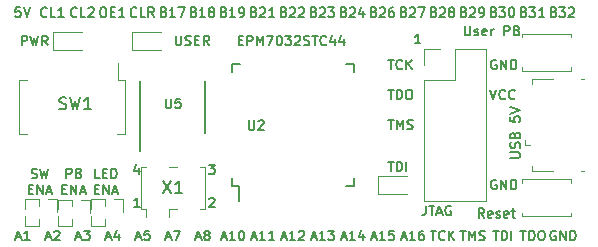
<source format=gbr>
G04 #@! TF.GenerationSoftware,KiCad,Pcbnew,(5.1.0-1387-g9cf427c7d)*
G04 #@! TF.CreationDate,2019-07-29T17:15:50-07:00*
G04 #@! TF.ProjectId,max_breakout,6d61785f-6272-4656-916b-6f75742e6b69,1.0*
G04 #@! TF.SameCoordinates,Original*
G04 #@! TF.FileFunction,Legend,Top*
G04 #@! TF.FilePolarity,Positive*
%FSLAX46Y46*%
G04 Gerber Fmt 4.6, Leading zero omitted, Abs format (unit mm)*
G04 Created by KiCad (PCBNEW (5.1.0-1387-g9cf427c7d)) date 2019-07-29 17:15:50*
%MOMM*%
%LPD*%
G04 APERTURE LIST*
%ADD10C,0.152400*%
%ADD11C,0.150000*%
%ADD12C,0.120000*%
G04 APERTURE END LIST*
D10*
X123852819Y-113109828D02*
X123852819Y-113651695D01*
X123659295Y-112800190D02*
X123465771Y-113380761D01*
X123968933Y-113380761D01*
X129777066Y-112838895D02*
X130280228Y-112838895D01*
X130009295Y-113148533D01*
X130125409Y-113148533D01*
X130202819Y-113187238D01*
X130241523Y-113225942D01*
X130280228Y-113303352D01*
X130280228Y-113496876D01*
X130241523Y-113574285D01*
X130202819Y-113612990D01*
X130125409Y-113651695D01*
X129893180Y-113651695D01*
X129815771Y-113612990D01*
X129777066Y-113574285D01*
X129815771Y-115710304D02*
X129854476Y-115671600D01*
X129931885Y-115632895D01*
X130125409Y-115632895D01*
X130202819Y-115671600D01*
X130241523Y-115710304D01*
X130280228Y-115787714D01*
X130280228Y-115865123D01*
X130241523Y-115981238D01*
X129777066Y-116445695D01*
X130280228Y-116445695D01*
X123930228Y-116445695D02*
X123465771Y-116445695D01*
X123698000Y-116445695D02*
X123698000Y-115632895D01*
X123620590Y-115749009D01*
X123543180Y-115826419D01*
X123465771Y-115865123D01*
X151449919Y-101091395D02*
X151449919Y-101749376D01*
X151488623Y-101826785D01*
X151527328Y-101865490D01*
X151604738Y-101904195D01*
X151759557Y-101904195D01*
X151836966Y-101865490D01*
X151875671Y-101826785D01*
X151914376Y-101749376D01*
X151914376Y-101091395D01*
X152262719Y-101865490D02*
X152340128Y-101904195D01*
X152494947Y-101904195D01*
X152572357Y-101865490D01*
X152611061Y-101788080D01*
X152611061Y-101749376D01*
X152572357Y-101671966D01*
X152494947Y-101633261D01*
X152378833Y-101633261D01*
X152301423Y-101594557D01*
X152262719Y-101517147D01*
X152262719Y-101478442D01*
X152301423Y-101401033D01*
X152378833Y-101362328D01*
X152494947Y-101362328D01*
X152572357Y-101401033D01*
X153269042Y-101865490D02*
X153191633Y-101904195D01*
X153036814Y-101904195D01*
X152959404Y-101865490D01*
X152920700Y-101788080D01*
X152920700Y-101478442D01*
X152959404Y-101401033D01*
X153036814Y-101362328D01*
X153191633Y-101362328D01*
X153269042Y-101401033D01*
X153307747Y-101478442D01*
X153307747Y-101555852D01*
X152920700Y-101633261D01*
X153656090Y-101904195D02*
X153656090Y-101362328D01*
X153656090Y-101517147D02*
X153694795Y-101439738D01*
X153733500Y-101401033D01*
X153810909Y-101362328D01*
X153888319Y-101362328D01*
X154778528Y-101904195D02*
X154778528Y-101091395D01*
X155088166Y-101091395D01*
X155165576Y-101130100D01*
X155204280Y-101168804D01*
X155242985Y-101246214D01*
X155242985Y-101362328D01*
X155204280Y-101439738D01*
X155165576Y-101478442D01*
X155088166Y-101517147D01*
X154778528Y-101517147D01*
X155862261Y-101478442D02*
X155978376Y-101517147D01*
X156017080Y-101555852D01*
X156055785Y-101633261D01*
X156055785Y-101749376D01*
X156017080Y-101826785D01*
X155978376Y-101865490D01*
X155900966Y-101904195D01*
X155591328Y-101904195D01*
X155591328Y-101091395D01*
X155862261Y-101091395D01*
X155939671Y-101130100D01*
X155978376Y-101168804D01*
X156017080Y-101246214D01*
X156017080Y-101323623D01*
X155978376Y-101401033D01*
X155939671Y-101439738D01*
X155862261Y-101478442D01*
X155591328Y-101478442D01*
X154130223Y-114147600D02*
X154052814Y-114108895D01*
X153936700Y-114108895D01*
X153820585Y-114147600D01*
X153743176Y-114225009D01*
X153704471Y-114302419D01*
X153665766Y-114457238D01*
X153665766Y-114573352D01*
X153704471Y-114728171D01*
X153743176Y-114805580D01*
X153820585Y-114882990D01*
X153936700Y-114921695D01*
X154014109Y-114921695D01*
X154130223Y-114882990D01*
X154168928Y-114844285D01*
X154168928Y-114573352D01*
X154014109Y-114573352D01*
X154517271Y-114921695D02*
X154517271Y-114108895D01*
X154981728Y-114921695D01*
X154981728Y-114108895D01*
X155368776Y-114921695D02*
X155368776Y-114108895D01*
X155562300Y-114108895D01*
X155678414Y-114147600D01*
X155755823Y-114225009D01*
X155794528Y-114302419D01*
X155833233Y-114457238D01*
X155833233Y-114573352D01*
X155794528Y-114728171D01*
X155755823Y-114805580D01*
X155678414Y-114882990D01*
X155562300Y-114921695D01*
X155368776Y-114921695D01*
X117706623Y-113981895D02*
X117706623Y-113169095D01*
X118016261Y-113169095D01*
X118093671Y-113207800D01*
X118132376Y-113246504D01*
X118171080Y-113323914D01*
X118171080Y-113440028D01*
X118132376Y-113517438D01*
X118093671Y-113556142D01*
X118016261Y-113594847D01*
X117706623Y-113594847D01*
X118790357Y-113556142D02*
X118906471Y-113594847D01*
X118945176Y-113633552D01*
X118983880Y-113710961D01*
X118983880Y-113827076D01*
X118945176Y-113904485D01*
X118906471Y-113943190D01*
X118829061Y-113981895D01*
X118519423Y-113981895D01*
X118519423Y-113169095D01*
X118790357Y-113169095D01*
X118867766Y-113207800D01*
X118906471Y-113246504D01*
X118945176Y-113323914D01*
X118945176Y-113401323D01*
X118906471Y-113478733D01*
X118867766Y-113517438D01*
X118790357Y-113556142D01*
X118519423Y-113556142D01*
X117377633Y-114927742D02*
X117648566Y-114927742D01*
X117764680Y-115353495D02*
X117377633Y-115353495D01*
X117377633Y-114540695D01*
X117764680Y-114540695D01*
X118113023Y-115353495D02*
X118113023Y-114540695D01*
X118577480Y-115353495D01*
X118577480Y-114540695D01*
X118925823Y-115121266D02*
X119312871Y-115121266D01*
X118848414Y-115353495D02*
X119119347Y-114540695D01*
X119390280Y-115353495D01*
X147704628Y-102577295D02*
X147240171Y-102577295D01*
X147472400Y-102577295D02*
X147472400Y-101764495D01*
X147394990Y-101880609D01*
X147317580Y-101958019D01*
X147240171Y-101996723D01*
X126978228Y-101916895D02*
X126978228Y-102574876D01*
X127016933Y-102652285D01*
X127055638Y-102690990D01*
X127133047Y-102729695D01*
X127287866Y-102729695D01*
X127365276Y-102690990D01*
X127403980Y-102652285D01*
X127442685Y-102574876D01*
X127442685Y-101916895D01*
X127791028Y-102690990D02*
X127907142Y-102729695D01*
X128100666Y-102729695D01*
X128178076Y-102690990D01*
X128216780Y-102652285D01*
X128255485Y-102574876D01*
X128255485Y-102497466D01*
X128216780Y-102420057D01*
X128178076Y-102381352D01*
X128100666Y-102342647D01*
X127945847Y-102303942D01*
X127868438Y-102265238D01*
X127829733Y-102226533D01*
X127791028Y-102149123D01*
X127791028Y-102071714D01*
X127829733Y-101994304D01*
X127868438Y-101955600D01*
X127945847Y-101916895D01*
X128139371Y-101916895D01*
X128255485Y-101955600D01*
X128603828Y-102303942D02*
X128874761Y-102303942D01*
X128990876Y-102729695D02*
X128603828Y-102729695D01*
X128603828Y-101916895D01*
X128990876Y-101916895D01*
X129803676Y-102729695D02*
X129532742Y-102342647D01*
X129339219Y-102729695D02*
X129339219Y-101916895D01*
X129648857Y-101916895D01*
X129726266Y-101955600D01*
X129764971Y-101994304D01*
X129803676Y-102071714D01*
X129803676Y-102187828D01*
X129764971Y-102265238D01*
X129726266Y-102303942D01*
X129648857Y-102342647D01*
X129339219Y-102342647D01*
X158987477Y-99916342D02*
X159103592Y-99955047D01*
X159142296Y-99993752D01*
X159181001Y-100071161D01*
X159181001Y-100187276D01*
X159142296Y-100264685D01*
X159103592Y-100303390D01*
X159026182Y-100342095D01*
X158716544Y-100342095D01*
X158716544Y-99529295D01*
X158987477Y-99529295D01*
X159064887Y-99568000D01*
X159103592Y-99606704D01*
X159142296Y-99684114D01*
X159142296Y-99761523D01*
X159103592Y-99838933D01*
X159064887Y-99877638D01*
X158987477Y-99916342D01*
X158716544Y-99916342D01*
X159451935Y-99529295D02*
X159955096Y-99529295D01*
X159684163Y-99838933D01*
X159800277Y-99838933D01*
X159877687Y-99877638D01*
X159916392Y-99916342D01*
X159955096Y-99993752D01*
X159955096Y-100187276D01*
X159916392Y-100264685D01*
X159877687Y-100303390D01*
X159800277Y-100342095D01*
X159568049Y-100342095D01*
X159490639Y-100303390D01*
X159451935Y-100264685D01*
X160264735Y-99606704D02*
X160303439Y-99568000D01*
X160380849Y-99529295D01*
X160574373Y-99529295D01*
X160651782Y-99568000D01*
X160690487Y-99606704D01*
X160729192Y-99684114D01*
X160729192Y-99761523D01*
X160690487Y-99877638D01*
X160226030Y-100342095D01*
X160729192Y-100342095D01*
X156447477Y-99916342D02*
X156563592Y-99955047D01*
X156602296Y-99993752D01*
X156641001Y-100071161D01*
X156641001Y-100187276D01*
X156602296Y-100264685D01*
X156563592Y-100303390D01*
X156486182Y-100342095D01*
X156176544Y-100342095D01*
X156176544Y-99529295D01*
X156447477Y-99529295D01*
X156524887Y-99568000D01*
X156563592Y-99606704D01*
X156602296Y-99684114D01*
X156602296Y-99761523D01*
X156563592Y-99838933D01*
X156524887Y-99877638D01*
X156447477Y-99916342D01*
X156176544Y-99916342D01*
X156911935Y-99529295D02*
X157415096Y-99529295D01*
X157144163Y-99838933D01*
X157260277Y-99838933D01*
X157337687Y-99877638D01*
X157376392Y-99916342D01*
X157415096Y-99993752D01*
X157415096Y-100187276D01*
X157376392Y-100264685D01*
X157337687Y-100303390D01*
X157260277Y-100342095D01*
X157028049Y-100342095D01*
X156950639Y-100303390D01*
X156911935Y-100264685D01*
X158189192Y-100342095D02*
X157724735Y-100342095D01*
X157956963Y-100342095D02*
X157956963Y-99529295D01*
X157879554Y-99645409D01*
X157802144Y-99722819D01*
X157724735Y-99761523D01*
X153907477Y-99916342D02*
X154023592Y-99955047D01*
X154062296Y-99993752D01*
X154101001Y-100071161D01*
X154101001Y-100187276D01*
X154062296Y-100264685D01*
X154023592Y-100303390D01*
X153946182Y-100342095D01*
X153636544Y-100342095D01*
X153636544Y-99529295D01*
X153907477Y-99529295D01*
X153984887Y-99568000D01*
X154023592Y-99606704D01*
X154062296Y-99684114D01*
X154062296Y-99761523D01*
X154023592Y-99838933D01*
X153984887Y-99877638D01*
X153907477Y-99916342D01*
X153636544Y-99916342D01*
X154371935Y-99529295D02*
X154875096Y-99529295D01*
X154604163Y-99838933D01*
X154720277Y-99838933D01*
X154797687Y-99877638D01*
X154836392Y-99916342D01*
X154875096Y-99993752D01*
X154875096Y-100187276D01*
X154836392Y-100264685D01*
X154797687Y-100303390D01*
X154720277Y-100342095D01*
X154488049Y-100342095D01*
X154410639Y-100303390D01*
X154371935Y-100264685D01*
X155378258Y-99529295D02*
X155455668Y-99529295D01*
X155533077Y-99568000D01*
X155571782Y-99606704D01*
X155610487Y-99684114D01*
X155649192Y-99838933D01*
X155649192Y-100032457D01*
X155610487Y-100187276D01*
X155571782Y-100264685D01*
X155533077Y-100303390D01*
X155455668Y-100342095D01*
X155378258Y-100342095D01*
X155300849Y-100303390D01*
X155262144Y-100264685D01*
X155223439Y-100187276D01*
X155184735Y-100032457D01*
X155184735Y-99838933D01*
X155223439Y-99684114D01*
X155262144Y-99606704D01*
X155300849Y-99568000D01*
X155378258Y-99529295D01*
X151367477Y-99916342D02*
X151483592Y-99955047D01*
X151522296Y-99993752D01*
X151561001Y-100071161D01*
X151561001Y-100187276D01*
X151522296Y-100264685D01*
X151483592Y-100303390D01*
X151406182Y-100342095D01*
X151096544Y-100342095D01*
X151096544Y-99529295D01*
X151367477Y-99529295D01*
X151444887Y-99568000D01*
X151483592Y-99606704D01*
X151522296Y-99684114D01*
X151522296Y-99761523D01*
X151483592Y-99838933D01*
X151444887Y-99877638D01*
X151367477Y-99916342D01*
X151096544Y-99916342D01*
X151870639Y-99606704D02*
X151909344Y-99568000D01*
X151986754Y-99529295D01*
X152180277Y-99529295D01*
X152257687Y-99568000D01*
X152296392Y-99606704D01*
X152335096Y-99684114D01*
X152335096Y-99761523D01*
X152296392Y-99877638D01*
X151831935Y-100342095D01*
X152335096Y-100342095D01*
X152722144Y-100342095D02*
X152876963Y-100342095D01*
X152954373Y-100303390D01*
X152993077Y-100264685D01*
X153070487Y-100148571D01*
X153109192Y-99993752D01*
X153109192Y-99684114D01*
X153070487Y-99606704D01*
X153031782Y-99568000D01*
X152954373Y-99529295D01*
X152799554Y-99529295D01*
X152722144Y-99568000D01*
X152683439Y-99606704D01*
X152644735Y-99684114D01*
X152644735Y-99877638D01*
X152683439Y-99955047D01*
X152722144Y-99993752D01*
X152799554Y-100032457D01*
X152954373Y-100032457D01*
X153031782Y-99993752D01*
X153070487Y-99955047D01*
X153109192Y-99877638D01*
X148827477Y-99916342D02*
X148943592Y-99955047D01*
X148982296Y-99993752D01*
X149021001Y-100071161D01*
X149021001Y-100187276D01*
X148982296Y-100264685D01*
X148943592Y-100303390D01*
X148866182Y-100342095D01*
X148556544Y-100342095D01*
X148556544Y-99529295D01*
X148827477Y-99529295D01*
X148904887Y-99568000D01*
X148943592Y-99606704D01*
X148982296Y-99684114D01*
X148982296Y-99761523D01*
X148943592Y-99838933D01*
X148904887Y-99877638D01*
X148827477Y-99916342D01*
X148556544Y-99916342D01*
X149330639Y-99606704D02*
X149369344Y-99568000D01*
X149446754Y-99529295D01*
X149640277Y-99529295D01*
X149717687Y-99568000D01*
X149756392Y-99606704D01*
X149795096Y-99684114D01*
X149795096Y-99761523D01*
X149756392Y-99877638D01*
X149291935Y-100342095D01*
X149795096Y-100342095D01*
X150259554Y-99877638D02*
X150182144Y-99838933D01*
X150143439Y-99800228D01*
X150104735Y-99722819D01*
X150104735Y-99684114D01*
X150143439Y-99606704D01*
X150182144Y-99568000D01*
X150259554Y-99529295D01*
X150414373Y-99529295D01*
X150491782Y-99568000D01*
X150530487Y-99606704D01*
X150569192Y-99684114D01*
X150569192Y-99722819D01*
X150530487Y-99800228D01*
X150491782Y-99838933D01*
X150414373Y-99877638D01*
X150259554Y-99877638D01*
X150182144Y-99916342D01*
X150143439Y-99955047D01*
X150104735Y-100032457D01*
X150104735Y-100187276D01*
X150143439Y-100264685D01*
X150182144Y-100303390D01*
X150259554Y-100342095D01*
X150414373Y-100342095D01*
X150491782Y-100303390D01*
X150530487Y-100264685D01*
X150569192Y-100187276D01*
X150569192Y-100032457D01*
X150530487Y-99955047D01*
X150491782Y-99916342D01*
X150414373Y-99877638D01*
X146287477Y-99916342D02*
X146403592Y-99955047D01*
X146442296Y-99993752D01*
X146481001Y-100071161D01*
X146481001Y-100187276D01*
X146442296Y-100264685D01*
X146403592Y-100303390D01*
X146326182Y-100342095D01*
X146016544Y-100342095D01*
X146016544Y-99529295D01*
X146287477Y-99529295D01*
X146364887Y-99568000D01*
X146403592Y-99606704D01*
X146442296Y-99684114D01*
X146442296Y-99761523D01*
X146403592Y-99838933D01*
X146364887Y-99877638D01*
X146287477Y-99916342D01*
X146016544Y-99916342D01*
X146790639Y-99606704D02*
X146829344Y-99568000D01*
X146906754Y-99529295D01*
X147100277Y-99529295D01*
X147177687Y-99568000D01*
X147216392Y-99606704D01*
X147255096Y-99684114D01*
X147255096Y-99761523D01*
X147216392Y-99877638D01*
X146751935Y-100342095D01*
X147255096Y-100342095D01*
X147526030Y-99529295D02*
X148067896Y-99529295D01*
X147719554Y-100342095D01*
X143747477Y-99916342D02*
X143863592Y-99955047D01*
X143902296Y-99993752D01*
X143941001Y-100071161D01*
X143941001Y-100187276D01*
X143902296Y-100264685D01*
X143863592Y-100303390D01*
X143786182Y-100342095D01*
X143476544Y-100342095D01*
X143476544Y-99529295D01*
X143747477Y-99529295D01*
X143824887Y-99568000D01*
X143863592Y-99606704D01*
X143902296Y-99684114D01*
X143902296Y-99761523D01*
X143863592Y-99838933D01*
X143824887Y-99877638D01*
X143747477Y-99916342D01*
X143476544Y-99916342D01*
X144250639Y-99606704D02*
X144289344Y-99568000D01*
X144366754Y-99529295D01*
X144560277Y-99529295D01*
X144637687Y-99568000D01*
X144676392Y-99606704D01*
X144715096Y-99684114D01*
X144715096Y-99761523D01*
X144676392Y-99877638D01*
X144211935Y-100342095D01*
X144715096Y-100342095D01*
X145411782Y-99529295D02*
X145256963Y-99529295D01*
X145179554Y-99568000D01*
X145140849Y-99606704D01*
X145063439Y-99722819D01*
X145024735Y-99877638D01*
X145024735Y-100187276D01*
X145063439Y-100264685D01*
X145102144Y-100303390D01*
X145179554Y-100342095D01*
X145334373Y-100342095D01*
X145411782Y-100303390D01*
X145450487Y-100264685D01*
X145489192Y-100187276D01*
X145489192Y-99993752D01*
X145450487Y-99916342D01*
X145411782Y-99877638D01*
X145334373Y-99838933D01*
X145179554Y-99838933D01*
X145102144Y-99877638D01*
X145063439Y-99916342D01*
X145024735Y-99993752D01*
X141207477Y-99916342D02*
X141323592Y-99955047D01*
X141362296Y-99993752D01*
X141401001Y-100071161D01*
X141401001Y-100187276D01*
X141362296Y-100264685D01*
X141323592Y-100303390D01*
X141246182Y-100342095D01*
X140936544Y-100342095D01*
X140936544Y-99529295D01*
X141207477Y-99529295D01*
X141284887Y-99568000D01*
X141323592Y-99606704D01*
X141362296Y-99684114D01*
X141362296Y-99761523D01*
X141323592Y-99838933D01*
X141284887Y-99877638D01*
X141207477Y-99916342D01*
X140936544Y-99916342D01*
X141710639Y-99606704D02*
X141749344Y-99568000D01*
X141826754Y-99529295D01*
X142020277Y-99529295D01*
X142097687Y-99568000D01*
X142136392Y-99606704D01*
X142175096Y-99684114D01*
X142175096Y-99761523D01*
X142136392Y-99877638D01*
X141671935Y-100342095D01*
X142175096Y-100342095D01*
X142871782Y-99800228D02*
X142871782Y-100342095D01*
X142678258Y-99490590D02*
X142484735Y-100071161D01*
X142987896Y-100071161D01*
X138667477Y-99916342D02*
X138783592Y-99955047D01*
X138822296Y-99993752D01*
X138861001Y-100071161D01*
X138861001Y-100187276D01*
X138822296Y-100264685D01*
X138783592Y-100303390D01*
X138706182Y-100342095D01*
X138396544Y-100342095D01*
X138396544Y-99529295D01*
X138667477Y-99529295D01*
X138744887Y-99568000D01*
X138783592Y-99606704D01*
X138822296Y-99684114D01*
X138822296Y-99761523D01*
X138783592Y-99838933D01*
X138744887Y-99877638D01*
X138667477Y-99916342D01*
X138396544Y-99916342D01*
X139170639Y-99606704D02*
X139209344Y-99568000D01*
X139286754Y-99529295D01*
X139480277Y-99529295D01*
X139557687Y-99568000D01*
X139596392Y-99606704D01*
X139635096Y-99684114D01*
X139635096Y-99761523D01*
X139596392Y-99877638D01*
X139131935Y-100342095D01*
X139635096Y-100342095D01*
X139906030Y-99529295D02*
X140409192Y-99529295D01*
X140138258Y-99838933D01*
X140254373Y-99838933D01*
X140331782Y-99877638D01*
X140370487Y-99916342D01*
X140409192Y-99993752D01*
X140409192Y-100187276D01*
X140370487Y-100264685D01*
X140331782Y-100303390D01*
X140254373Y-100342095D01*
X140022144Y-100342095D01*
X139944735Y-100303390D01*
X139906030Y-100264685D01*
X136127477Y-99916342D02*
X136243592Y-99955047D01*
X136282296Y-99993752D01*
X136321001Y-100071161D01*
X136321001Y-100187276D01*
X136282296Y-100264685D01*
X136243592Y-100303390D01*
X136166182Y-100342095D01*
X135856544Y-100342095D01*
X135856544Y-99529295D01*
X136127477Y-99529295D01*
X136204887Y-99568000D01*
X136243592Y-99606704D01*
X136282296Y-99684114D01*
X136282296Y-99761523D01*
X136243592Y-99838933D01*
X136204887Y-99877638D01*
X136127477Y-99916342D01*
X135856544Y-99916342D01*
X136630639Y-99606704D02*
X136669344Y-99568000D01*
X136746754Y-99529295D01*
X136940277Y-99529295D01*
X137017687Y-99568000D01*
X137056392Y-99606704D01*
X137095096Y-99684114D01*
X137095096Y-99761523D01*
X137056392Y-99877638D01*
X136591935Y-100342095D01*
X137095096Y-100342095D01*
X137404735Y-99606704D02*
X137443439Y-99568000D01*
X137520849Y-99529295D01*
X137714373Y-99529295D01*
X137791782Y-99568000D01*
X137830487Y-99606704D01*
X137869192Y-99684114D01*
X137869192Y-99761523D01*
X137830487Y-99877638D01*
X137366030Y-100342095D01*
X137869192Y-100342095D01*
X133587477Y-99916342D02*
X133703592Y-99955047D01*
X133742296Y-99993752D01*
X133781001Y-100071161D01*
X133781001Y-100187276D01*
X133742296Y-100264685D01*
X133703592Y-100303390D01*
X133626182Y-100342095D01*
X133316544Y-100342095D01*
X133316544Y-99529295D01*
X133587477Y-99529295D01*
X133664887Y-99568000D01*
X133703592Y-99606704D01*
X133742296Y-99684114D01*
X133742296Y-99761523D01*
X133703592Y-99838933D01*
X133664887Y-99877638D01*
X133587477Y-99916342D01*
X133316544Y-99916342D01*
X134090639Y-99606704D02*
X134129344Y-99568000D01*
X134206754Y-99529295D01*
X134400277Y-99529295D01*
X134477687Y-99568000D01*
X134516392Y-99606704D01*
X134555096Y-99684114D01*
X134555096Y-99761523D01*
X134516392Y-99877638D01*
X134051935Y-100342095D01*
X134555096Y-100342095D01*
X135329192Y-100342095D02*
X134864735Y-100342095D01*
X135096963Y-100342095D02*
X135096963Y-99529295D01*
X135019554Y-99645409D01*
X134942144Y-99722819D01*
X134864735Y-99761523D01*
X131047477Y-99916342D02*
X131163592Y-99955047D01*
X131202296Y-99993752D01*
X131241001Y-100071161D01*
X131241001Y-100187276D01*
X131202296Y-100264685D01*
X131163592Y-100303390D01*
X131086182Y-100342095D01*
X130776544Y-100342095D01*
X130776544Y-99529295D01*
X131047477Y-99529295D01*
X131124887Y-99568000D01*
X131163592Y-99606704D01*
X131202296Y-99684114D01*
X131202296Y-99761523D01*
X131163592Y-99838933D01*
X131124887Y-99877638D01*
X131047477Y-99916342D01*
X130776544Y-99916342D01*
X132015096Y-100342095D02*
X131550639Y-100342095D01*
X131782868Y-100342095D02*
X131782868Y-99529295D01*
X131705458Y-99645409D01*
X131628049Y-99722819D01*
X131550639Y-99761523D01*
X132402144Y-100342095D02*
X132556963Y-100342095D01*
X132634373Y-100303390D01*
X132673077Y-100264685D01*
X132750487Y-100148571D01*
X132789192Y-99993752D01*
X132789192Y-99684114D01*
X132750487Y-99606704D01*
X132711782Y-99568000D01*
X132634373Y-99529295D01*
X132479554Y-99529295D01*
X132402144Y-99568000D01*
X132363439Y-99606704D01*
X132324735Y-99684114D01*
X132324735Y-99877638D01*
X132363439Y-99955047D01*
X132402144Y-99993752D01*
X132479554Y-100032457D01*
X132634373Y-100032457D01*
X132711782Y-99993752D01*
X132750487Y-99955047D01*
X132789192Y-99877638D01*
X128507477Y-99916342D02*
X128623592Y-99955047D01*
X128662296Y-99993752D01*
X128701001Y-100071161D01*
X128701001Y-100187276D01*
X128662296Y-100264685D01*
X128623592Y-100303390D01*
X128546182Y-100342095D01*
X128236544Y-100342095D01*
X128236544Y-99529295D01*
X128507477Y-99529295D01*
X128584887Y-99568000D01*
X128623592Y-99606704D01*
X128662296Y-99684114D01*
X128662296Y-99761523D01*
X128623592Y-99838933D01*
X128584887Y-99877638D01*
X128507477Y-99916342D01*
X128236544Y-99916342D01*
X129475096Y-100342095D02*
X129010639Y-100342095D01*
X129242868Y-100342095D02*
X129242868Y-99529295D01*
X129165458Y-99645409D01*
X129088049Y-99722819D01*
X129010639Y-99761523D01*
X129939554Y-99877638D02*
X129862144Y-99838933D01*
X129823439Y-99800228D01*
X129784735Y-99722819D01*
X129784735Y-99684114D01*
X129823439Y-99606704D01*
X129862144Y-99568000D01*
X129939554Y-99529295D01*
X130094373Y-99529295D01*
X130171782Y-99568000D01*
X130210487Y-99606704D01*
X130249192Y-99684114D01*
X130249192Y-99722819D01*
X130210487Y-99800228D01*
X130171782Y-99838933D01*
X130094373Y-99877638D01*
X129939554Y-99877638D01*
X129862144Y-99916342D01*
X129823439Y-99955047D01*
X129784735Y-100032457D01*
X129784735Y-100187276D01*
X129823439Y-100264685D01*
X129862144Y-100303390D01*
X129939554Y-100342095D01*
X130094373Y-100342095D01*
X130171782Y-100303390D01*
X130210487Y-100264685D01*
X130249192Y-100187276D01*
X130249192Y-100032457D01*
X130210487Y-99955047D01*
X130171782Y-99916342D01*
X130094373Y-99877638D01*
X125967477Y-99916342D02*
X126083592Y-99955047D01*
X126122296Y-99993752D01*
X126161001Y-100071161D01*
X126161001Y-100187276D01*
X126122296Y-100264685D01*
X126083592Y-100303390D01*
X126006182Y-100342095D01*
X125696544Y-100342095D01*
X125696544Y-99529295D01*
X125967477Y-99529295D01*
X126044887Y-99568000D01*
X126083592Y-99606704D01*
X126122296Y-99684114D01*
X126122296Y-99761523D01*
X126083592Y-99838933D01*
X126044887Y-99877638D01*
X125967477Y-99916342D01*
X125696544Y-99916342D01*
X126935096Y-100342095D02*
X126470639Y-100342095D01*
X126702868Y-100342095D02*
X126702868Y-99529295D01*
X126625458Y-99645409D01*
X126548049Y-99722819D01*
X126470639Y-99761523D01*
X127206030Y-99529295D02*
X127747896Y-99529295D01*
X127399554Y-100342095D01*
X123659706Y-100264685D02*
X123621001Y-100303390D01*
X123504887Y-100342095D01*
X123427477Y-100342095D01*
X123311363Y-100303390D01*
X123233954Y-100225980D01*
X123195249Y-100148571D01*
X123156544Y-99993752D01*
X123156544Y-99877638D01*
X123195249Y-99722819D01*
X123233954Y-99645409D01*
X123311363Y-99568000D01*
X123427477Y-99529295D01*
X123504887Y-99529295D01*
X123621001Y-99568000D01*
X123659706Y-99606704D01*
X124395096Y-100342095D02*
X124008049Y-100342095D01*
X124008049Y-99529295D01*
X125130487Y-100342095D02*
X124859554Y-99955047D01*
X124666030Y-100342095D02*
X124666030Y-99529295D01*
X124975668Y-99529295D01*
X125053077Y-99568000D01*
X125091782Y-99606704D01*
X125130487Y-99684114D01*
X125130487Y-99800228D01*
X125091782Y-99877638D01*
X125053077Y-99916342D01*
X124975668Y-99955047D01*
X124666030Y-99955047D01*
X120771363Y-99529295D02*
X120926182Y-99529295D01*
X121003592Y-99568000D01*
X121081001Y-99645409D01*
X121119706Y-99800228D01*
X121119706Y-100071161D01*
X121081001Y-100225980D01*
X121003592Y-100303390D01*
X120926182Y-100342095D01*
X120771363Y-100342095D01*
X120693954Y-100303390D01*
X120616544Y-100225980D01*
X120577839Y-100071161D01*
X120577839Y-99800228D01*
X120616544Y-99645409D01*
X120693954Y-99568000D01*
X120771363Y-99529295D01*
X121468049Y-99916342D02*
X121738982Y-99916342D01*
X121855096Y-100342095D02*
X121468049Y-100342095D01*
X121468049Y-99529295D01*
X121855096Y-99529295D01*
X122629192Y-100342095D02*
X122164735Y-100342095D01*
X122396963Y-100342095D02*
X122396963Y-99529295D01*
X122319554Y-99645409D01*
X122242144Y-99722819D01*
X122164735Y-99761523D01*
X116059058Y-100264685D02*
X116020354Y-100303390D01*
X115904239Y-100342095D01*
X115826830Y-100342095D01*
X115710716Y-100303390D01*
X115633306Y-100225980D01*
X115594601Y-100148571D01*
X115555896Y-99993752D01*
X115555896Y-99877638D01*
X115594601Y-99722819D01*
X115633306Y-99645409D01*
X115710716Y-99568000D01*
X115826830Y-99529295D01*
X115904239Y-99529295D01*
X116020354Y-99568000D01*
X116059058Y-99606704D01*
X116794449Y-100342095D02*
X116407401Y-100342095D01*
X116407401Y-99529295D01*
X117491135Y-100342095D02*
X117026677Y-100342095D01*
X117258906Y-100342095D02*
X117258906Y-99529295D01*
X117181496Y-99645409D01*
X117104087Y-99722819D01*
X117026677Y-99761523D01*
X118599058Y-100264685D02*
X118560354Y-100303390D01*
X118444239Y-100342095D01*
X118366830Y-100342095D01*
X118250716Y-100303390D01*
X118173306Y-100225980D01*
X118134601Y-100148571D01*
X118095896Y-99993752D01*
X118095896Y-99877638D01*
X118134601Y-99722819D01*
X118173306Y-99645409D01*
X118250716Y-99568000D01*
X118366830Y-99529295D01*
X118444239Y-99529295D01*
X118560354Y-99568000D01*
X118599058Y-99606704D01*
X119334449Y-100342095D02*
X118947401Y-100342095D01*
X118947401Y-99529295D01*
X119566677Y-99606704D02*
X119605382Y-99568000D01*
X119682792Y-99529295D01*
X119876316Y-99529295D01*
X119953725Y-99568000D01*
X119992430Y-99606704D01*
X120031135Y-99684114D01*
X120031135Y-99761523D01*
X119992430Y-99877638D01*
X119527973Y-100342095D01*
X120031135Y-100342095D01*
X113828696Y-99529295D02*
X113441649Y-99529295D01*
X113402944Y-99916342D01*
X113441649Y-99877638D01*
X113519058Y-99838933D01*
X113712582Y-99838933D01*
X113789992Y-99877638D01*
X113828696Y-99916342D01*
X113867401Y-99993752D01*
X113867401Y-100187276D01*
X113828696Y-100264685D01*
X113789992Y-100303390D01*
X113712582Y-100342095D01*
X113519058Y-100342095D01*
X113441649Y-100303390D01*
X113402944Y-100264685D01*
X114099630Y-99529295D02*
X114370563Y-100342095D01*
X114641496Y-99529295D01*
X159146723Y-118465600D02*
X159069314Y-118426895D01*
X158953200Y-118426895D01*
X158837085Y-118465600D01*
X158759676Y-118543009D01*
X158720971Y-118620419D01*
X158682266Y-118775238D01*
X158682266Y-118891352D01*
X158720971Y-119046171D01*
X158759676Y-119123580D01*
X158837085Y-119200990D01*
X158953200Y-119239695D01*
X159030609Y-119239695D01*
X159146723Y-119200990D01*
X159185428Y-119162285D01*
X159185428Y-118891352D01*
X159030609Y-118891352D01*
X159533771Y-119239695D02*
X159533771Y-118426895D01*
X159998228Y-119239695D01*
X159998228Y-118426895D01*
X160385276Y-119239695D02*
X160385276Y-118426895D01*
X160578800Y-118426895D01*
X160694914Y-118465600D01*
X160772323Y-118543009D01*
X160811028Y-118620419D01*
X160849733Y-118775238D01*
X160849733Y-118891352D01*
X160811028Y-119046171D01*
X160772323Y-119123580D01*
X160694914Y-119200990D01*
X160578800Y-119239695D01*
X160385276Y-119239695D01*
X156161619Y-118426895D02*
X156626076Y-118426895D01*
X156393847Y-119239695D02*
X156393847Y-118426895D01*
X156897009Y-119239695D02*
X156897009Y-118426895D01*
X157090533Y-118426895D01*
X157206647Y-118465600D01*
X157284057Y-118543009D01*
X157322761Y-118620419D01*
X157361466Y-118775238D01*
X157361466Y-118891352D01*
X157322761Y-119046171D01*
X157284057Y-119123580D01*
X157206647Y-119200990D01*
X157090533Y-119239695D01*
X156897009Y-119239695D01*
X157864628Y-118426895D02*
X158019447Y-118426895D01*
X158096857Y-118465600D01*
X158174266Y-118543009D01*
X158212971Y-118697828D01*
X158212971Y-118968761D01*
X158174266Y-119123580D01*
X158096857Y-119200990D01*
X158019447Y-119239695D01*
X157864628Y-119239695D01*
X157787219Y-119200990D01*
X157709809Y-119123580D01*
X157671104Y-118968761D01*
X157671104Y-118697828D01*
X157709809Y-118543009D01*
X157787219Y-118465600D01*
X157864628Y-118426895D01*
X153853847Y-118426895D02*
X154318304Y-118426895D01*
X154086076Y-119239695D02*
X154086076Y-118426895D01*
X154589238Y-119239695D02*
X154589238Y-118426895D01*
X154782761Y-118426895D01*
X154898876Y-118465600D01*
X154976285Y-118543009D01*
X155014990Y-118620419D01*
X155053695Y-118775238D01*
X155053695Y-118891352D01*
X155014990Y-119046171D01*
X154976285Y-119123580D01*
X154898876Y-119200990D01*
X154782761Y-119239695D01*
X154589238Y-119239695D01*
X155402038Y-119239695D02*
X155402038Y-118426895D01*
X151062266Y-118426895D02*
X151526723Y-118426895D01*
X151294495Y-119239695D02*
X151294495Y-118426895D01*
X151797657Y-119239695D02*
X151797657Y-118426895D01*
X152068590Y-119007466D01*
X152339523Y-118426895D01*
X152339523Y-119239695D01*
X152687866Y-119200990D02*
X152803980Y-119239695D01*
X152997504Y-119239695D01*
X153074914Y-119200990D01*
X153113619Y-119162285D01*
X153152323Y-119084876D01*
X153152323Y-119007466D01*
X153113619Y-118930057D01*
X153074914Y-118891352D01*
X152997504Y-118852647D01*
X152842685Y-118813942D01*
X152765276Y-118775238D01*
X152726571Y-118736533D01*
X152687866Y-118659123D01*
X152687866Y-118581714D01*
X152726571Y-118504304D01*
X152765276Y-118465600D01*
X152842685Y-118426895D01*
X153036209Y-118426895D01*
X153152323Y-118465600D01*
X148560971Y-118426895D02*
X149025428Y-118426895D01*
X148793200Y-119239695D02*
X148793200Y-118426895D01*
X149760819Y-119162285D02*
X149722114Y-119200990D01*
X149606000Y-119239695D01*
X149528590Y-119239695D01*
X149412476Y-119200990D01*
X149335066Y-119123580D01*
X149296361Y-119046171D01*
X149257657Y-118891352D01*
X149257657Y-118775238D01*
X149296361Y-118620419D01*
X149335066Y-118543009D01*
X149412476Y-118465600D01*
X149528590Y-118426895D01*
X149606000Y-118426895D01*
X149722114Y-118465600D01*
X149760819Y-118504304D01*
X150109161Y-119239695D02*
X150109161Y-118426895D01*
X150573619Y-119239695D02*
X150225276Y-118775238D01*
X150573619Y-118426895D02*
X150109161Y-118891352D01*
X146098380Y-119007466D02*
X146485428Y-119007466D01*
X146020971Y-119239695D02*
X146291904Y-118426895D01*
X146562838Y-119239695D01*
X147259523Y-119239695D02*
X146795066Y-119239695D01*
X147027295Y-119239695D02*
X147027295Y-118426895D01*
X146949885Y-118543009D01*
X146872476Y-118620419D01*
X146795066Y-118659123D01*
X147956209Y-118426895D02*
X147801390Y-118426895D01*
X147723980Y-118465600D01*
X147685276Y-118504304D01*
X147607866Y-118620419D01*
X147569161Y-118775238D01*
X147569161Y-119084876D01*
X147607866Y-119162285D01*
X147646571Y-119200990D01*
X147723980Y-119239695D01*
X147878800Y-119239695D01*
X147956209Y-119200990D01*
X147994914Y-119162285D01*
X148033619Y-119084876D01*
X148033619Y-118891352D01*
X147994914Y-118813942D01*
X147956209Y-118775238D01*
X147878800Y-118736533D01*
X147723980Y-118736533D01*
X147646571Y-118775238D01*
X147607866Y-118813942D01*
X147569161Y-118891352D01*
X143558380Y-119007466D02*
X143945428Y-119007466D01*
X143480971Y-119239695D02*
X143751904Y-118426895D01*
X144022838Y-119239695D01*
X144719523Y-119239695D02*
X144255066Y-119239695D01*
X144487295Y-119239695D02*
X144487295Y-118426895D01*
X144409885Y-118543009D01*
X144332476Y-118620419D01*
X144255066Y-118659123D01*
X145454914Y-118426895D02*
X145067866Y-118426895D01*
X145029161Y-118813942D01*
X145067866Y-118775238D01*
X145145276Y-118736533D01*
X145338800Y-118736533D01*
X145416209Y-118775238D01*
X145454914Y-118813942D01*
X145493619Y-118891352D01*
X145493619Y-119084876D01*
X145454914Y-119162285D01*
X145416209Y-119200990D01*
X145338800Y-119239695D01*
X145145276Y-119239695D01*
X145067866Y-119200990D01*
X145029161Y-119162285D01*
X141018380Y-119007466D02*
X141405428Y-119007466D01*
X140940971Y-119239695D02*
X141211904Y-118426895D01*
X141482838Y-119239695D01*
X142179523Y-119239695D02*
X141715066Y-119239695D01*
X141947295Y-119239695D02*
X141947295Y-118426895D01*
X141869885Y-118543009D01*
X141792476Y-118620419D01*
X141715066Y-118659123D01*
X142876209Y-118697828D02*
X142876209Y-119239695D01*
X142682685Y-118388190D02*
X142489161Y-118968761D01*
X142992323Y-118968761D01*
X138478380Y-119007466D02*
X138865428Y-119007466D01*
X138400971Y-119239695D02*
X138671904Y-118426895D01*
X138942838Y-119239695D01*
X139639523Y-119239695D02*
X139175066Y-119239695D01*
X139407295Y-119239695D02*
X139407295Y-118426895D01*
X139329885Y-118543009D01*
X139252476Y-118620419D01*
X139175066Y-118659123D01*
X139910457Y-118426895D02*
X140413619Y-118426895D01*
X140142685Y-118736533D01*
X140258800Y-118736533D01*
X140336209Y-118775238D01*
X140374914Y-118813942D01*
X140413619Y-118891352D01*
X140413619Y-119084876D01*
X140374914Y-119162285D01*
X140336209Y-119200990D01*
X140258800Y-119239695D01*
X140026571Y-119239695D01*
X139949161Y-119200990D01*
X139910457Y-119162285D01*
X135938380Y-119007466D02*
X136325428Y-119007466D01*
X135860971Y-119239695D02*
X136131904Y-118426895D01*
X136402838Y-119239695D01*
X137099523Y-119239695D02*
X136635066Y-119239695D01*
X136867295Y-119239695D02*
X136867295Y-118426895D01*
X136789885Y-118543009D01*
X136712476Y-118620419D01*
X136635066Y-118659123D01*
X137409161Y-118504304D02*
X137447866Y-118465600D01*
X137525276Y-118426895D01*
X137718800Y-118426895D01*
X137796209Y-118465600D01*
X137834914Y-118504304D01*
X137873619Y-118581714D01*
X137873619Y-118659123D01*
X137834914Y-118775238D01*
X137370457Y-119239695D01*
X137873619Y-119239695D01*
X133398380Y-119007466D02*
X133785428Y-119007466D01*
X133320971Y-119239695D02*
X133591904Y-118426895D01*
X133862838Y-119239695D01*
X134559523Y-119239695D02*
X134095066Y-119239695D01*
X134327295Y-119239695D02*
X134327295Y-118426895D01*
X134249885Y-118543009D01*
X134172476Y-118620419D01*
X134095066Y-118659123D01*
X135333619Y-119239695D02*
X134869161Y-119239695D01*
X135101390Y-119239695D02*
X135101390Y-118426895D01*
X135023980Y-118543009D01*
X134946571Y-118620419D01*
X134869161Y-118659123D01*
X130858380Y-119007466D02*
X131245428Y-119007466D01*
X130780971Y-119239695D02*
X131051904Y-118426895D01*
X131322838Y-119239695D01*
X132019523Y-119239695D02*
X131555066Y-119239695D01*
X131787295Y-119239695D02*
X131787295Y-118426895D01*
X131709885Y-118543009D01*
X131632476Y-118620419D01*
X131555066Y-118659123D01*
X132522685Y-118426895D02*
X132600095Y-118426895D01*
X132677504Y-118465600D01*
X132716209Y-118504304D01*
X132754914Y-118581714D01*
X132793619Y-118736533D01*
X132793619Y-118930057D01*
X132754914Y-119084876D01*
X132716209Y-119162285D01*
X132677504Y-119200990D01*
X132600095Y-119239695D01*
X132522685Y-119239695D01*
X132445276Y-119200990D01*
X132406571Y-119162285D01*
X132367866Y-119084876D01*
X132329161Y-118930057D01*
X132329161Y-118736533D01*
X132367866Y-118581714D01*
X132406571Y-118504304D01*
X132445276Y-118465600D01*
X132522685Y-118426895D01*
X126165428Y-119007466D02*
X126552476Y-119007466D01*
X126088019Y-119239695D02*
X126358952Y-118426895D01*
X126629885Y-119239695D01*
X126823409Y-118426895D02*
X127365276Y-118426895D01*
X127016933Y-119239695D01*
X128705428Y-119007466D02*
X129092476Y-119007466D01*
X128628019Y-119239695D02*
X128898952Y-118426895D01*
X129169885Y-119239695D01*
X129556933Y-118775238D02*
X129479523Y-118736533D01*
X129440819Y-118697828D01*
X129402114Y-118620419D01*
X129402114Y-118581714D01*
X129440819Y-118504304D01*
X129479523Y-118465600D01*
X129556933Y-118426895D01*
X129711752Y-118426895D01*
X129789161Y-118465600D01*
X129827866Y-118504304D01*
X129866571Y-118581714D01*
X129866571Y-118620419D01*
X129827866Y-118697828D01*
X129789161Y-118736533D01*
X129711752Y-118775238D01*
X129556933Y-118775238D01*
X129479523Y-118813942D01*
X129440819Y-118852647D01*
X129402114Y-118930057D01*
X129402114Y-119084876D01*
X129440819Y-119162285D01*
X129479523Y-119200990D01*
X129556933Y-119239695D01*
X129711752Y-119239695D01*
X129789161Y-119200990D01*
X129827866Y-119162285D01*
X129866571Y-119084876D01*
X129866571Y-118930057D01*
X129827866Y-118852647D01*
X129789161Y-118813942D01*
X129711752Y-118775238D01*
X123625428Y-119007466D02*
X124012476Y-119007466D01*
X123548019Y-119239695D02*
X123818952Y-118426895D01*
X124089885Y-119239695D01*
X124747866Y-118426895D02*
X124360819Y-118426895D01*
X124322114Y-118813942D01*
X124360819Y-118775238D01*
X124438228Y-118736533D01*
X124631752Y-118736533D01*
X124709161Y-118775238D01*
X124747866Y-118813942D01*
X124786571Y-118891352D01*
X124786571Y-119084876D01*
X124747866Y-119162285D01*
X124709161Y-119200990D01*
X124631752Y-119239695D01*
X124438228Y-119239695D01*
X124360819Y-119200990D01*
X124322114Y-119162285D01*
X121085428Y-119007466D02*
X121472476Y-119007466D01*
X121008019Y-119239695D02*
X121278952Y-118426895D01*
X121549885Y-119239695D01*
X122169161Y-118697828D02*
X122169161Y-119239695D01*
X121975638Y-118388190D02*
X121782114Y-118968761D01*
X122285276Y-118968761D01*
X118545428Y-119007466D02*
X118932476Y-119007466D01*
X118468019Y-119239695D02*
X118738952Y-118426895D01*
X119009885Y-119239695D01*
X119203409Y-118426895D02*
X119706571Y-118426895D01*
X119435638Y-118736533D01*
X119551752Y-118736533D01*
X119629161Y-118775238D01*
X119667866Y-118813942D01*
X119706571Y-118891352D01*
X119706571Y-119084876D01*
X119667866Y-119162285D01*
X119629161Y-119200990D01*
X119551752Y-119239695D01*
X119319523Y-119239695D01*
X119242114Y-119200990D01*
X119203409Y-119162285D01*
X116005428Y-119007466D02*
X116392476Y-119007466D01*
X115928019Y-119239695D02*
X116198952Y-118426895D01*
X116469885Y-119239695D01*
X116702114Y-118504304D02*
X116740819Y-118465600D01*
X116818228Y-118426895D01*
X117011752Y-118426895D01*
X117089161Y-118465600D01*
X117127866Y-118504304D01*
X117166571Y-118581714D01*
X117166571Y-118659123D01*
X117127866Y-118775238D01*
X116663409Y-119239695D01*
X117166571Y-119239695D01*
X113465428Y-119007466D02*
X113852476Y-119007466D01*
X113388019Y-119239695D02*
X113658952Y-118426895D01*
X113929885Y-119239695D01*
X114626571Y-119239695D02*
X114162114Y-119239695D01*
X114394342Y-119239695D02*
X114394342Y-118426895D01*
X114316933Y-118543009D01*
X114239523Y-118620419D01*
X114162114Y-118659123D01*
X120533885Y-113981895D02*
X120146838Y-113981895D01*
X120146838Y-113169095D01*
X120804819Y-113556142D02*
X121075752Y-113556142D01*
X121191866Y-113981895D02*
X120804819Y-113981895D01*
X120804819Y-113169095D01*
X121191866Y-113169095D01*
X121540209Y-113981895D02*
X121540209Y-113169095D01*
X121733733Y-113169095D01*
X121849847Y-113207800D01*
X121927257Y-113285209D01*
X121965961Y-113362619D01*
X122004666Y-113517438D01*
X122004666Y-113633552D01*
X121965961Y-113788371D01*
X121927257Y-113865780D01*
X121849847Y-113943190D01*
X121733733Y-113981895D01*
X121540209Y-113981895D01*
X120108133Y-114927742D02*
X120379066Y-114927742D01*
X120495180Y-115353495D02*
X120108133Y-115353495D01*
X120108133Y-114540695D01*
X120495180Y-114540695D01*
X120843523Y-115353495D02*
X120843523Y-114540695D01*
X121307980Y-115353495D01*
X121307980Y-114540695D01*
X121656323Y-115121266D02*
X122043371Y-115121266D01*
X121578914Y-115353495D02*
X121849847Y-114540695D01*
X122120780Y-115353495D01*
X114771714Y-113943190D02*
X114887828Y-113981895D01*
X115081352Y-113981895D01*
X115158761Y-113943190D01*
X115197466Y-113904485D01*
X115236171Y-113827076D01*
X115236171Y-113749666D01*
X115197466Y-113672257D01*
X115158761Y-113633552D01*
X115081352Y-113594847D01*
X114926533Y-113556142D01*
X114849123Y-113517438D01*
X114810419Y-113478733D01*
X114771714Y-113401323D01*
X114771714Y-113323914D01*
X114810419Y-113246504D01*
X114849123Y-113207800D01*
X114926533Y-113169095D01*
X115120057Y-113169095D01*
X115236171Y-113207800D01*
X115507104Y-113169095D02*
X115700628Y-113981895D01*
X115855447Y-113401323D01*
X116010266Y-113981895D01*
X116203790Y-113169095D01*
X114520133Y-114927742D02*
X114791066Y-114927742D01*
X114907180Y-115353495D02*
X114520133Y-115353495D01*
X114520133Y-114540695D01*
X114907180Y-114540695D01*
X115255523Y-115353495D02*
X115255523Y-114540695D01*
X115719980Y-115353495D01*
X115719980Y-114540695D01*
X116068323Y-115121266D02*
X116455371Y-115121266D01*
X115990914Y-115353495D02*
X116261847Y-114540695D01*
X116532780Y-115353495D01*
X153588357Y-106488895D02*
X153859291Y-107301695D01*
X154130224Y-106488895D01*
X154865614Y-107224285D02*
X154826910Y-107262990D01*
X154710795Y-107301695D01*
X154633386Y-107301695D01*
X154517271Y-107262990D01*
X154439862Y-107185580D01*
X154401157Y-107108171D01*
X154362452Y-106953352D01*
X154362452Y-106837238D01*
X154401157Y-106682419D01*
X154439862Y-106605009D01*
X154517271Y-106527600D01*
X154633386Y-106488895D01*
X154710795Y-106488895D01*
X154826910Y-106527600D01*
X154865614Y-106566304D01*
X155678414Y-107224285D02*
X155639710Y-107262990D01*
X155523595Y-107301695D01*
X155446186Y-107301695D01*
X155330071Y-107262990D01*
X155252662Y-107185580D01*
X155213957Y-107108171D01*
X155175252Y-106953352D01*
X155175252Y-106837238D01*
X155213957Y-106682419D01*
X155252662Y-106605009D01*
X155330071Y-106527600D01*
X155446186Y-106488895D01*
X155523595Y-106488895D01*
X155639710Y-106527600D01*
X155678414Y-106566304D01*
X153108176Y-117334695D02*
X152837242Y-116947647D01*
X152643719Y-117334695D02*
X152643719Y-116521895D01*
X152953357Y-116521895D01*
X153030766Y-116560600D01*
X153069471Y-116599304D01*
X153108176Y-116676714D01*
X153108176Y-116792828D01*
X153069471Y-116870238D01*
X153030766Y-116908942D01*
X152953357Y-116947647D01*
X152643719Y-116947647D01*
X153766157Y-117295990D02*
X153688747Y-117334695D01*
X153533928Y-117334695D01*
X153456519Y-117295990D01*
X153417814Y-117218580D01*
X153417814Y-116908942D01*
X153456519Y-116831533D01*
X153533928Y-116792828D01*
X153688747Y-116792828D01*
X153766157Y-116831533D01*
X153804861Y-116908942D01*
X153804861Y-116986352D01*
X153417814Y-117063761D01*
X154114500Y-117295990D02*
X154191909Y-117334695D01*
X154346728Y-117334695D01*
X154424138Y-117295990D01*
X154462842Y-117218580D01*
X154462842Y-117179876D01*
X154424138Y-117102466D01*
X154346728Y-117063761D01*
X154230614Y-117063761D01*
X154153204Y-117025057D01*
X154114500Y-116947647D01*
X154114500Y-116908942D01*
X154153204Y-116831533D01*
X154230614Y-116792828D01*
X154346728Y-116792828D01*
X154424138Y-116831533D01*
X155120823Y-117295990D02*
X155043414Y-117334695D01*
X154888595Y-117334695D01*
X154811185Y-117295990D01*
X154772480Y-117218580D01*
X154772480Y-116908942D01*
X154811185Y-116831533D01*
X154888595Y-116792828D01*
X155043414Y-116792828D01*
X155120823Y-116831533D01*
X155159528Y-116908942D01*
X155159528Y-116986352D01*
X154772480Y-117063761D01*
X155391757Y-116792828D02*
X155701395Y-116792828D01*
X155507871Y-116521895D02*
X155507871Y-117218580D01*
X155546576Y-117295990D01*
X155623985Y-117334695D01*
X155701395Y-117334695D01*
X154130223Y-103987600D02*
X154052814Y-103948895D01*
X153936700Y-103948895D01*
X153820585Y-103987600D01*
X153743176Y-104065009D01*
X153704471Y-104142419D01*
X153665766Y-104297238D01*
X153665766Y-104413352D01*
X153704471Y-104568171D01*
X153743176Y-104645580D01*
X153820585Y-104722990D01*
X153936700Y-104761695D01*
X154014109Y-104761695D01*
X154130223Y-104722990D01*
X154168928Y-104684285D01*
X154168928Y-104413352D01*
X154014109Y-104413352D01*
X154517271Y-104761695D02*
X154517271Y-103948895D01*
X154981728Y-104761695D01*
X154981728Y-103948895D01*
X155368776Y-104761695D02*
X155368776Y-103948895D01*
X155562300Y-103948895D01*
X155678414Y-103987600D01*
X155755823Y-104065009D01*
X155794528Y-104142419D01*
X155833233Y-104297238D01*
X155833233Y-104413352D01*
X155794528Y-104568171D01*
X155755823Y-104645580D01*
X155678414Y-104722990D01*
X155562300Y-104761695D01*
X155368776Y-104761695D01*
X132308600Y-102303942D02*
X132579533Y-102303942D01*
X132695647Y-102729695D02*
X132308600Y-102729695D01*
X132308600Y-101916895D01*
X132695647Y-101916895D01*
X133043990Y-102729695D02*
X133043990Y-101916895D01*
X133353628Y-101916895D01*
X133431038Y-101955600D01*
X133469742Y-101994304D01*
X133508447Y-102071714D01*
X133508447Y-102187828D01*
X133469742Y-102265238D01*
X133431038Y-102303942D01*
X133353628Y-102342647D01*
X133043990Y-102342647D01*
X133856790Y-102729695D02*
X133856790Y-101916895D01*
X134127723Y-102497466D01*
X134398657Y-101916895D01*
X134398657Y-102729695D01*
X134708295Y-101916895D02*
X135250161Y-101916895D01*
X134901819Y-102729695D01*
X135714619Y-101916895D02*
X135792028Y-101916895D01*
X135869438Y-101955600D01*
X135908142Y-101994304D01*
X135946847Y-102071714D01*
X135985552Y-102226533D01*
X135985552Y-102420057D01*
X135946847Y-102574876D01*
X135908142Y-102652285D01*
X135869438Y-102690990D01*
X135792028Y-102729695D01*
X135714619Y-102729695D01*
X135637209Y-102690990D01*
X135598504Y-102652285D01*
X135559800Y-102574876D01*
X135521095Y-102420057D01*
X135521095Y-102226533D01*
X135559800Y-102071714D01*
X135598504Y-101994304D01*
X135637209Y-101955600D01*
X135714619Y-101916895D01*
X136256485Y-101916895D02*
X136759647Y-101916895D01*
X136488714Y-102226533D01*
X136604828Y-102226533D01*
X136682238Y-102265238D01*
X136720942Y-102303942D01*
X136759647Y-102381352D01*
X136759647Y-102574876D01*
X136720942Y-102652285D01*
X136682238Y-102690990D01*
X136604828Y-102729695D01*
X136372600Y-102729695D01*
X136295190Y-102690990D01*
X136256485Y-102652285D01*
X137069285Y-101994304D02*
X137107990Y-101955600D01*
X137185400Y-101916895D01*
X137378923Y-101916895D01*
X137456333Y-101955600D01*
X137495038Y-101994304D01*
X137533742Y-102071714D01*
X137533742Y-102149123D01*
X137495038Y-102265238D01*
X137030580Y-102729695D01*
X137533742Y-102729695D01*
X137843380Y-102690990D02*
X137959495Y-102729695D01*
X138153019Y-102729695D01*
X138230428Y-102690990D01*
X138269133Y-102652285D01*
X138307838Y-102574876D01*
X138307838Y-102497466D01*
X138269133Y-102420057D01*
X138230428Y-102381352D01*
X138153019Y-102342647D01*
X137998200Y-102303942D01*
X137920790Y-102265238D01*
X137882085Y-102226533D01*
X137843380Y-102149123D01*
X137843380Y-102071714D01*
X137882085Y-101994304D01*
X137920790Y-101955600D01*
X137998200Y-101916895D01*
X138191723Y-101916895D01*
X138307838Y-101955600D01*
X138540066Y-101916895D02*
X139004523Y-101916895D01*
X138772295Y-102729695D02*
X138772295Y-101916895D01*
X139739914Y-102652285D02*
X139701209Y-102690990D01*
X139585095Y-102729695D01*
X139507685Y-102729695D01*
X139391571Y-102690990D01*
X139314161Y-102613580D01*
X139275457Y-102536171D01*
X139236752Y-102381352D01*
X139236752Y-102265238D01*
X139275457Y-102110419D01*
X139314161Y-102033009D01*
X139391571Y-101955600D01*
X139507685Y-101916895D01*
X139585095Y-101916895D01*
X139701209Y-101955600D01*
X139739914Y-101994304D01*
X140436600Y-102187828D02*
X140436600Y-102729695D01*
X140243076Y-101878190D02*
X140049552Y-102458761D01*
X140552714Y-102458761D01*
X141210695Y-102187828D02*
X141210695Y-102729695D01*
X141017171Y-101878190D02*
X140823647Y-102458761D01*
X141326809Y-102458761D01*
X113927466Y-102729695D02*
X113927466Y-101916895D01*
X114237104Y-101916895D01*
X114314514Y-101955600D01*
X114353219Y-101994304D01*
X114391923Y-102071714D01*
X114391923Y-102187828D01*
X114353219Y-102265238D01*
X114314514Y-102303942D01*
X114237104Y-102342647D01*
X113927466Y-102342647D01*
X114662857Y-101916895D02*
X114856380Y-102729695D01*
X115011200Y-102149123D01*
X115166019Y-102729695D01*
X115359542Y-101916895D01*
X116133638Y-102729695D02*
X115862704Y-102342647D01*
X115669180Y-102729695D02*
X115669180Y-101916895D01*
X115978819Y-101916895D01*
X116056228Y-101955600D01*
X116094933Y-101994304D01*
X116133638Y-102071714D01*
X116133638Y-102187828D01*
X116094933Y-102265238D01*
X116056228Y-102303942D01*
X115978819Y-102342647D01*
X115669180Y-102342647D01*
X155320395Y-112243204D02*
X155978376Y-112243204D01*
X156055785Y-112204500D01*
X156094490Y-112165795D01*
X156133195Y-112088385D01*
X156133195Y-111933566D01*
X156094490Y-111856157D01*
X156055785Y-111817452D01*
X155978376Y-111778747D01*
X155320395Y-111778747D01*
X156094490Y-111430404D02*
X156133195Y-111314290D01*
X156133195Y-111120766D01*
X156094490Y-111043357D01*
X156055785Y-111004652D01*
X155978376Y-110965947D01*
X155900966Y-110965947D01*
X155823557Y-111004652D01*
X155784852Y-111043357D01*
X155746147Y-111120766D01*
X155707442Y-111275585D01*
X155668738Y-111352995D01*
X155630033Y-111391700D01*
X155552623Y-111430404D01*
X155475214Y-111430404D01*
X155397804Y-111391700D01*
X155359100Y-111352995D01*
X155320395Y-111275585D01*
X155320395Y-111082061D01*
X155359100Y-110965947D01*
X155707442Y-110346671D02*
X155746147Y-110230557D01*
X155784852Y-110191852D01*
X155862261Y-110153147D01*
X155978376Y-110153147D01*
X156055785Y-110191852D01*
X156094490Y-110230557D01*
X156133195Y-110307966D01*
X156133195Y-110617604D01*
X155320395Y-110617604D01*
X155320395Y-110346671D01*
X155359100Y-110269261D01*
X155397804Y-110230557D01*
X155475214Y-110191852D01*
X155552623Y-110191852D01*
X155630033Y-110230557D01*
X155668738Y-110269261D01*
X155707442Y-110346671D01*
X155707442Y-110617604D01*
X155320395Y-108798480D02*
X155320395Y-109185528D01*
X155707442Y-109224233D01*
X155668738Y-109185528D01*
X155630033Y-109108119D01*
X155630033Y-108914595D01*
X155668738Y-108837185D01*
X155707442Y-108798480D01*
X155784852Y-108759776D01*
X155978376Y-108759776D01*
X156055785Y-108798480D01*
X156094490Y-108837185D01*
X156133195Y-108914595D01*
X156133195Y-109108119D01*
X156094490Y-109185528D01*
X156055785Y-109224233D01*
X155320395Y-108527547D02*
X156133195Y-108256614D01*
X155320395Y-107985680D01*
X148149733Y-116331395D02*
X148149733Y-116911966D01*
X148111028Y-117028080D01*
X148033619Y-117105490D01*
X147917504Y-117144195D01*
X147840095Y-117144195D01*
X148420666Y-116331395D02*
X148885123Y-116331395D01*
X148652895Y-117144195D02*
X148652895Y-116331395D01*
X149117352Y-116911966D02*
X149504400Y-116911966D01*
X149039942Y-117144195D02*
X149310876Y-116331395D01*
X149581809Y-117144195D01*
X150278495Y-116370100D02*
X150201085Y-116331395D01*
X150084971Y-116331395D01*
X149968857Y-116370100D01*
X149891447Y-116447509D01*
X149852742Y-116524919D01*
X149814038Y-116679738D01*
X149814038Y-116795852D01*
X149852742Y-116950671D01*
X149891447Y-117028080D01*
X149968857Y-117105490D01*
X150084971Y-117144195D01*
X150162380Y-117144195D01*
X150278495Y-117105490D01*
X150317200Y-117066785D01*
X150317200Y-116795852D01*
X150162380Y-116795852D01*
X144963847Y-112584895D02*
X145428304Y-112584895D01*
X145196076Y-113397695D02*
X145196076Y-112584895D01*
X145699238Y-113397695D02*
X145699238Y-112584895D01*
X145892761Y-112584895D01*
X146008876Y-112623600D01*
X146086285Y-112701009D01*
X146124990Y-112778419D01*
X146163695Y-112933238D01*
X146163695Y-113049352D01*
X146124990Y-113204171D01*
X146086285Y-113281580D01*
X146008876Y-113358990D01*
X145892761Y-113397695D01*
X145699238Y-113397695D01*
X146512038Y-113397695D02*
X146512038Y-112584895D01*
X144963847Y-109028895D02*
X145428304Y-109028895D01*
X145196076Y-109841695D02*
X145196076Y-109028895D01*
X145699238Y-109841695D02*
X145699238Y-109028895D01*
X145970171Y-109609466D01*
X146241104Y-109028895D01*
X146241104Y-109841695D01*
X146589447Y-109802990D02*
X146705561Y-109841695D01*
X146899085Y-109841695D01*
X146976495Y-109802990D01*
X147015200Y-109764285D01*
X147053904Y-109686876D01*
X147053904Y-109609466D01*
X147015200Y-109532057D01*
X146976495Y-109493352D01*
X146899085Y-109454647D01*
X146744266Y-109415942D01*
X146666857Y-109377238D01*
X146628152Y-109338533D01*
X146589447Y-109261123D01*
X146589447Y-109183714D01*
X146628152Y-109106304D01*
X146666857Y-109067600D01*
X146744266Y-109028895D01*
X146937790Y-109028895D01*
X147053904Y-109067600D01*
X144963847Y-106488895D02*
X145428304Y-106488895D01*
X145196075Y-107301695D02*
X145196075Y-106488895D01*
X145699237Y-107301695D02*
X145699237Y-106488895D01*
X145892761Y-106488895D01*
X146008875Y-106527600D01*
X146086285Y-106605009D01*
X146124989Y-106682419D01*
X146163694Y-106837238D01*
X146163694Y-106953352D01*
X146124989Y-107108171D01*
X146086285Y-107185580D01*
X146008875Y-107262990D01*
X145892761Y-107301695D01*
X145699237Y-107301695D01*
X146666856Y-106488895D02*
X146821675Y-106488895D01*
X146899085Y-106527600D01*
X146976494Y-106605009D01*
X147015199Y-106759828D01*
X147015199Y-107030761D01*
X146976494Y-107185580D01*
X146899085Y-107262990D01*
X146821675Y-107301695D01*
X146666856Y-107301695D01*
X146589447Y-107262990D01*
X146512037Y-107185580D01*
X146473332Y-107030761D01*
X146473332Y-106759828D01*
X146512037Y-106605009D01*
X146589447Y-106527600D01*
X146666856Y-106488895D01*
X144963847Y-103948895D02*
X145428304Y-103948895D01*
X145196076Y-104761695D02*
X145196076Y-103948895D01*
X146163695Y-104684285D02*
X146124990Y-104722990D01*
X146008876Y-104761695D01*
X145931466Y-104761695D01*
X145815352Y-104722990D01*
X145737942Y-104645580D01*
X145699237Y-104568171D01*
X145660533Y-104413352D01*
X145660533Y-104297238D01*
X145699237Y-104142419D01*
X145737942Y-104065009D01*
X145815352Y-103987600D01*
X145931466Y-103948895D01*
X146008876Y-103948895D01*
X146124990Y-103987600D01*
X146163695Y-104026304D01*
X146512037Y-104761695D02*
X146512037Y-103948895D01*
X146976495Y-104761695D02*
X146628152Y-104297238D01*
X146976495Y-103948895D02*
X146512037Y-104413352D01*
D11*
X129471000Y-110150000D02*
X129471000Y-105750000D01*
X123946000Y-111725000D02*
X123946000Y-105750000D01*
D12*
X156299000Y-101744500D02*
X160439000Y-101744500D01*
X160439000Y-104584500D02*
X160439000Y-104884500D01*
X160439000Y-104884500D02*
X156299000Y-104884500D01*
X156299000Y-102044500D02*
X156299000Y-101744500D01*
X156299000Y-104884500D02*
X156299000Y-104584500D01*
X160439000Y-101744500D02*
X160439000Y-102044500D01*
X117034000Y-115793500D02*
X117034000Y-116595970D01*
X117034000Y-117211030D02*
X117034000Y-118013500D01*
X118239000Y-115793500D02*
X117034000Y-115793500D01*
X118239000Y-118013500D02*
X117034000Y-118013500D01*
X118239000Y-115793500D02*
X118239000Y-116340029D01*
X118239000Y-117466971D02*
X118239000Y-118013500D01*
X118999000Y-115793500D02*
X119759000Y-115793500D01*
X119759000Y-115793500D02*
X119759000Y-116903500D01*
X156299000Y-114063500D02*
X160439000Y-114063500D01*
X160439000Y-116903500D02*
X160439000Y-117203500D01*
X160439000Y-117203500D02*
X156299000Y-117203500D01*
X156299000Y-114363500D02*
X156299000Y-114063500D01*
X156299000Y-117203500D02*
X156299000Y-116903500D01*
X160439000Y-114063500D02*
X160439000Y-114363500D01*
X148022000Y-103064000D02*
X149352000Y-103064000D01*
X148022000Y-104394000D02*
X148022000Y-103064000D01*
X150622000Y-103064000D02*
X153222000Y-103064000D01*
X150622000Y-105664000D02*
X150622000Y-103064000D01*
X148022000Y-105664000D02*
X150622000Y-105664000D01*
X153222000Y-103064000D02*
X153222000Y-115884000D01*
X148022000Y-105664000D02*
X148022000Y-115884000D01*
X148022000Y-115884000D02*
X153222000Y-115884000D01*
D11*
X132306000Y-114649000D02*
X132306000Y-115924000D01*
X131731000Y-104299000D02*
X131731000Y-104974000D01*
X142081000Y-104299000D02*
X142081000Y-104974000D01*
X142081000Y-114649000D02*
X142081000Y-113974000D01*
X131731000Y-114649000D02*
X131731000Y-113974000D01*
X142081000Y-114649000D02*
X141406000Y-114649000D01*
X142081000Y-104299000D02*
X141406000Y-104299000D01*
X131731000Y-104299000D02*
X132406000Y-104299000D01*
X131731000Y-114649000D02*
X132306000Y-114649000D01*
D12*
X119802600Y-115780800D02*
X119802600Y-116583270D01*
X119802600Y-117198330D02*
X119802600Y-118000800D01*
X121007600Y-115780800D02*
X119802600Y-115780800D01*
X121007600Y-118000800D02*
X119802600Y-118000800D01*
X121007600Y-115780800D02*
X121007600Y-116327329D01*
X121007600Y-117454271D02*
X121007600Y-118000800D01*
X121767600Y-115780800D02*
X122527600Y-115780800D01*
X122527600Y-115780800D02*
X122527600Y-116890800D01*
X114214600Y-115780800D02*
X114214600Y-116583270D01*
X114214600Y-117198330D02*
X114214600Y-118000800D01*
X115419600Y-115780800D02*
X114214600Y-115780800D01*
X115419600Y-118000800D02*
X114214600Y-118000800D01*
X115419600Y-115780800D02*
X115419600Y-116327329D01*
X115419600Y-117454271D02*
X115419600Y-118000800D01*
X116179600Y-115780800D02*
X116939600Y-115780800D01*
X116939600Y-115780800D02*
X116939600Y-116890800D01*
X146596000Y-113819000D02*
X144136000Y-113819000D01*
X144136000Y-113819000D02*
X144136000Y-115289000D01*
X144136000Y-115289000D02*
X146596000Y-115289000D01*
X123308000Y-103097000D02*
X125768000Y-103097000D01*
X123308000Y-101627000D02*
X123308000Y-103097000D01*
X125768000Y-101627000D02*
X123308000Y-101627000D01*
X129056000Y-113008000D02*
X129446000Y-113008000D01*
X129446000Y-113008000D02*
X129446000Y-116608000D01*
X129446000Y-116608000D02*
X129056000Y-116608000D01*
X126376000Y-113008000D02*
X127116000Y-113008000D01*
X124436000Y-117308000D02*
X124436000Y-116608000D01*
X124436000Y-116608000D02*
X124046000Y-116608000D01*
X124046000Y-116608000D02*
X124046000Y-113008000D01*
X124046000Y-113008000D02*
X124436000Y-113008000D01*
X127116000Y-116608000D02*
X126376000Y-116608000D01*
X126376000Y-116608000D02*
X126376000Y-117308000D01*
X116551600Y-103097000D02*
X119011600Y-103097000D01*
X116551600Y-101627000D02*
X116551600Y-103097000D01*
X119011600Y-101627000D02*
X116551600Y-101627000D01*
X113706600Y-105641000D02*
X113706600Y-110260000D01*
X122066600Y-104250000D02*
X122066600Y-105641000D01*
X122716600Y-105641000D02*
X122066600Y-105641000D01*
X122716600Y-105641000D02*
X122716600Y-110260000D01*
X122716600Y-110260000D02*
X122006600Y-110260000D01*
X114416600Y-105641000D02*
X113706600Y-105641000D01*
X114416600Y-110260000D02*
X113706600Y-110260000D01*
X156564500Y-111169000D02*
X157014500Y-111169000D01*
X156564500Y-111169000D02*
X156564500Y-110719000D01*
X157114500Y-105569000D02*
X157114500Y-106019000D01*
X158964500Y-105569000D02*
X157114500Y-105569000D01*
X161514500Y-113369000D02*
X161264500Y-113369000D01*
X161514500Y-105569000D02*
X161264500Y-105569000D01*
X158964500Y-113369000D02*
X157114500Y-113369000D01*
X157114500Y-113369000D02*
X157114500Y-112919000D01*
D10*
X126126723Y-107250895D02*
X126126723Y-107908876D01*
X126165428Y-107986285D01*
X126204133Y-108024990D01*
X126281542Y-108063695D01*
X126436361Y-108063695D01*
X126513771Y-108024990D01*
X126552476Y-107986285D01*
X126591180Y-107908876D01*
X126591180Y-107250895D01*
X127365276Y-107250895D02*
X126978228Y-107250895D01*
X126939523Y-107637942D01*
X126978228Y-107599238D01*
X127055638Y-107560533D01*
X127249161Y-107560533D01*
X127326571Y-107599238D01*
X127365276Y-107637942D01*
X127403980Y-107715352D01*
X127403980Y-107908876D01*
X127365276Y-107986285D01*
X127326571Y-108024990D01*
X127249161Y-108063695D01*
X127055638Y-108063695D01*
X126978228Y-108024990D01*
X126939523Y-107986285D01*
X133175223Y-109092395D02*
X133175223Y-109750376D01*
X133213928Y-109827785D01*
X133252633Y-109866490D01*
X133330042Y-109905195D01*
X133484861Y-109905195D01*
X133562271Y-109866490D01*
X133600976Y-109827785D01*
X133639680Y-109750376D01*
X133639680Y-109092395D01*
X133988023Y-109169804D02*
X134026728Y-109131100D01*
X134104138Y-109092395D01*
X134297661Y-109092395D01*
X134375071Y-109131100D01*
X134413776Y-109169804D01*
X134452480Y-109247214D01*
X134452480Y-109324623D01*
X134413776Y-109440738D01*
X133949319Y-109905195D01*
X134452480Y-109905195D01*
D11*
X125936476Y-114234980D02*
X126603142Y-115234980D01*
X126603142Y-114234980D02*
X125936476Y-115234980D01*
X127507904Y-115234980D02*
X126936476Y-115234980D01*
X127222190Y-115234980D02*
X127222190Y-114234980D01*
X127126952Y-114377838D01*
X127031714Y-114473076D01*
X126936476Y-114520695D01*
X117132266Y-108100761D02*
X117275123Y-108148380D01*
X117513219Y-108148380D01*
X117608457Y-108100761D01*
X117656076Y-108053142D01*
X117703695Y-107957904D01*
X117703695Y-107862666D01*
X117656076Y-107767428D01*
X117608457Y-107719809D01*
X117513219Y-107672190D01*
X117322742Y-107624571D01*
X117227504Y-107576952D01*
X117179885Y-107529333D01*
X117132266Y-107434095D01*
X117132266Y-107338857D01*
X117179885Y-107243619D01*
X117227504Y-107196000D01*
X117322742Y-107148380D01*
X117560838Y-107148380D01*
X117703695Y-107196000D01*
X118037028Y-107148380D02*
X118275123Y-108148380D01*
X118465600Y-107434095D01*
X118656076Y-108148380D01*
X118894171Y-107148380D01*
X119798933Y-108148380D02*
X119227504Y-108148380D01*
X119513219Y-108148380D02*
X119513219Y-107148380D01*
X119417980Y-107291238D01*
X119322742Y-107386476D01*
X119227504Y-107434095D01*
M02*

</source>
